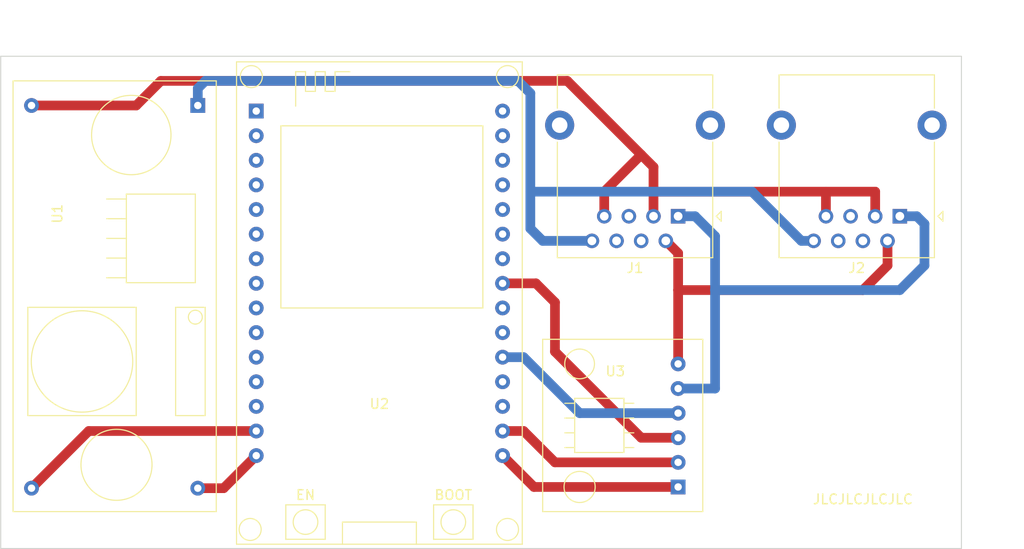
<source format=kicad_pcb>
(kicad_pcb (version 20171130) (host pcbnew "(5.1.5)-3")

  (general
    (thickness 1.6)
    (drawings 7)
    (tracks 56)
    (zones 0)
    (modules 5)
    (nets 43)
  )

  (page A4)
  (layers
    (0 F.Cu signal)
    (31 B.Cu signal)
    (32 B.Adhes user)
    (33 F.Adhes user)
    (34 B.Paste user)
    (35 F.Paste user)
    (36 B.SilkS user)
    (37 F.SilkS user)
    (38 B.Mask user)
    (39 F.Mask user)
    (40 Dwgs.User user)
    (41 Cmts.User user)
    (42 Eco1.User user)
    (43 Eco2.User user)
    (44 Edge.Cuts user)
    (45 Margin user)
    (46 B.CrtYd user)
    (47 F.CrtYd user)
    (48 B.Fab user)
    (49 F.Fab user)
  )

  (setup
    (last_trace_width 1)
    (user_trace_width 1)
    (trace_clearance 0.2)
    (zone_clearance 0.508)
    (zone_45_only no)
    (trace_min 0.2)
    (via_size 0.8)
    (via_drill 0.4)
    (via_min_size 0.4)
    (via_min_drill 0.3)
    (uvia_size 0.3)
    (uvia_drill 0.1)
    (uvias_allowed no)
    (uvia_min_size 0.2)
    (uvia_min_drill 0.1)
    (edge_width 0.05)
    (segment_width 0.2)
    (pcb_text_width 0.3)
    (pcb_text_size 1.5 1.5)
    (mod_edge_width 0.12)
    (mod_text_size 1 1)
    (mod_text_width 0.15)
    (pad_size 1.524 1.524)
    (pad_drill 0.762)
    (pad_to_mask_clearance 0.051)
    (solder_mask_min_width 0.25)
    (aux_axis_origin 0 0)
    (visible_elements 7FFFF7FF)
    (pcbplotparams
      (layerselection 0x010fc_ffffffff)
      (usegerberextensions false)
      (usegerberattributes false)
      (usegerberadvancedattributes false)
      (creategerberjobfile false)
      (excludeedgelayer true)
      (linewidth 0.100000)
      (plotframeref false)
      (viasonmask false)
      (mode 1)
      (useauxorigin false)
      (hpglpennumber 1)
      (hpglpenspeed 20)
      (hpglpendiameter 15.000000)
      (psnegative false)
      (psa4output false)
      (plotreference true)
      (plotvalue true)
      (plotinvisibletext false)
      (padsonsilk false)
      (subtractmaskfromsilk false)
      (outputformat 1)
      (mirror false)
      (drillshape 0)
      (scaleselection 1)
      (outputdirectory ""))
  )

  (net 0 "")
  (net 1 "Net-(J1-Pad1)")
  (net 2 "Net-(J1-Pad2)")
  (net 3 "Net-(J1-Pad3)")
  (net 4 "Net-(J1-Pad4)")
  (net 5 "Net-(J1-Pad5)")
  (net 6 "Net-(J1-Pad6)")
  (net 7 "Net-(J1-Pad8)")
  (net 8 "Net-(U1-Pad4)")
  (net 9 "Net-(U1-Pad3)")
  (net 10 "Net-(U2-Pad30)")
  (net 11 "Net-(U2-Pad29)")
  (net 12 "Net-(U2-Pad28)")
  (net 13 "Net-(U2-Pad27)")
  (net 14 "Net-(U2-Pad26)")
  (net 15 "Net-(U2-Pad25)")
  (net 16 "Net-(U2-Pad24)")
  (net 17 "Net-(U2-Pad23)")
  (net 18 "Net-(U2-Pad22)")
  (net 19 "Net-(U2-Pad21)")
  (net 20 "Net-(U2-Pad20)")
  (net 21 "Net-(U2-Pad19)")
  (net 22 "Net-(U2-Pad18)")
  (net 23 "Net-(U2-Pad17)")
  (net 24 "Net-(U2-Pad16)")
  (net 25 "Net-(U2-Pad13)")
  (net 26 "Net-(U2-Pad12)")
  (net 27 "Net-(U2-Pad11)")
  (net 28 "Net-(U2-Pad10)")
  (net 29 "Net-(U2-Pad9)")
  (net 30 "Net-(U2-Pad8)")
  (net 31 "Net-(U2-Pad7)")
  (net 32 "Net-(U2-Pad6)")
  (net 33 "Net-(U2-Pad5)")
  (net 34 "Net-(U2-Pad4)")
  (net 35 "Net-(U2-Pad3)")
  (net 36 "Net-(U2-Pad2)")
  (net 37 "Net-(U2-Pad1)")
  (net 38 "Net-(J2-Pad6)")
  (net 39 "Net-(J2-Pad4)")
  (net 40 "Net-(J2-Pad5)")
  (net 41 "Net-(J1-PadSH)")
  (net 42 "Net-(J2-PadSH)")

  (net_class Default "Dies ist die voreingestellte Netzklasse."
    (clearance 0.2)
    (trace_width 0.25)
    (via_dia 0.8)
    (via_drill 0.4)
    (uvia_dia 0.3)
    (uvia_drill 0.1)
    (add_net "Net-(J1-Pad1)")
    (add_net "Net-(J1-Pad2)")
    (add_net "Net-(J1-Pad3)")
    (add_net "Net-(J1-Pad4)")
    (add_net "Net-(J1-Pad5)")
    (add_net "Net-(J1-Pad6)")
    (add_net "Net-(J1-Pad8)")
    (add_net "Net-(J1-PadSH)")
    (add_net "Net-(J2-Pad4)")
    (add_net "Net-(J2-Pad5)")
    (add_net "Net-(J2-Pad6)")
    (add_net "Net-(J2-PadSH)")
    (add_net "Net-(U1-Pad3)")
    (add_net "Net-(U1-Pad4)")
    (add_net "Net-(U2-Pad1)")
    (add_net "Net-(U2-Pad10)")
    (add_net "Net-(U2-Pad11)")
    (add_net "Net-(U2-Pad12)")
    (add_net "Net-(U2-Pad13)")
    (add_net "Net-(U2-Pad16)")
    (add_net "Net-(U2-Pad17)")
    (add_net "Net-(U2-Pad18)")
    (add_net "Net-(U2-Pad19)")
    (add_net "Net-(U2-Pad2)")
    (add_net "Net-(U2-Pad20)")
    (add_net "Net-(U2-Pad21)")
    (add_net "Net-(U2-Pad22)")
    (add_net "Net-(U2-Pad23)")
    (add_net "Net-(U2-Pad24)")
    (add_net "Net-(U2-Pad25)")
    (add_net "Net-(U2-Pad26)")
    (add_net "Net-(U2-Pad27)")
    (add_net "Net-(U2-Pad28)")
    (add_net "Net-(U2-Pad29)")
    (add_net "Net-(U2-Pad3)")
    (add_net "Net-(U2-Pad30)")
    (add_net "Net-(U2-Pad4)")
    (add_net "Net-(U2-Pad5)")
    (add_net "Net-(U2-Pad6)")
    (add_net "Net-(U2-Pad7)")
    (add_net "Net-(U2-Pad8)")
    (add_net "Net-(U2-Pad9)")
  )

  (module Connector_RJ:RJ45_Ninigi_GE (layer F.Cu) (tedit 5E41D46B) (tstamp 5E41F09B)
    (at 163.83 91.44 180)
    (descr "1 port ethernet throughhole connector, https://en.ninigi.com/product/rj45ge/pdf")
    (tags "RJ45 ethernet 8p8c")
    (path /5E41FCDF)
    (fp_text reference J2 (at 4.445 -5.34) (layer F.SilkS)
      (effects (font (size 1 1) (thickness 0.15)))
    )
    (fp_text value RJ45_Shielded (at 4.455 13.26) (layer F.Fab)
      (effects (font (size 1 1) (thickness 0.15)))
    )
    (fp_text user %R (at 4.445 6.36) (layer F.Fab)
      (effects (font (size 1 1) (thickness 0.15)))
    )
    (fp_line (start -3.565 11.15) (end -3.565 14.59) (layer F.SilkS) (width 0.12))
    (fp_line (start -3.455 -2.84) (end -2.125 -4.17) (layer F.Fab) (width 0.1))
    (fp_line (start -4.441 0.508) (end -3.933 0) (layer F.SilkS) (width 0.12))
    (fp_line (start -4.441 -0.508) (end -4.441 0.508) (layer F.SilkS) (width 0.12))
    (fp_line (start -3.933 0) (end -4.441 -0.508) (layer F.SilkS) (width 0.12))
    (fp_line (start -5.33 14.98) (end -5.33 -4.67) (layer F.CrtYd) (width 0.05))
    (fp_line (start 14.22 14.98) (end -5.33 14.98) (layer F.CrtYd) (width 0.05))
    (fp_line (start 14.22 -4.67) (end 14.22 14.98) (layer F.CrtYd) (width 0.05))
    (fp_line (start -5.33 -4.67) (end 14.22 -4.67) (layer F.CrtYd) (width 0.05))
    (fp_line (start 12.455 11.15) (end 12.455 14.59) (layer F.SilkS) (width 0.12))
    (fp_line (start 12.455 14.59) (end -3.565 14.59) (layer F.SilkS) (width 0.12))
    (fp_line (start -3.565 -4.28) (end -3.565 7.65) (layer F.SilkS) (width 0.12))
    (fp_line (start 12.455 -4.28) (end -3.565 -4.28) (layer F.SilkS) (width 0.12))
    (fp_line (start 12.455 -4.28) (end 12.455 7.65) (layer F.SilkS) (width 0.12))
    (fp_line (start 12.345 14.48) (end -3.455 14.48) (layer F.Fab) (width 0.1))
    (fp_line (start 12.345 14.48) (end 12.345 -4.17) (layer F.Fab) (width 0.1))
    (fp_line (start 12.345 -4.17) (end -2.125 -4.17) (layer F.Fab) (width 0.1))
    (fp_line (start -3.455 -2.84) (end -3.455 14.48) (layer F.Fab) (width 0.1))
    (pad 6 thru_hole circle (at 6.35 -2.54) (size 1.5 1.5) (drill 0.9) (layers *.Cu *.Mask)
      (net 38 "Net-(J2-Pad6)"))
    (pad 8 thru_hole circle (at 8.89 -2.54) (size 1.5 1.5) (drill 0.9) (layers *.Cu *.Mask)
      (net 7 "Net-(J1-Pad8)"))
    (pad SH thru_hole circle (at -3.325 9.4 180) (size 3 3) (drill 1.6) (layers *.Cu *.Mask)
      (net 42 "Net-(J2-PadSH)"))
    (pad 2 thru_hole circle (at 1.27 -2.54) (size 1.5 1.5) (drill 0.9) (layers *.Cu *.Mask)
      (net 2 "Net-(J1-Pad2)"))
    (pad 1 thru_hole rect (at 0 0) (size 1.5 1.5) (drill 0.9) (layers *.Cu *.Mask)
      (net 1 "Net-(J1-Pad1)"))
    (pad 7 thru_hole circle (at 7.62 0) (size 1.5 1.5) (drill 0.9) (layers *.Cu *.Mask)
      (net 3 "Net-(J1-Pad3)"))
    (pad 4 thru_hole circle (at 3.81 -2.54) (size 1.5 1.5) (drill 0.9) (layers *.Cu *.Mask)
      (net 39 "Net-(J2-Pad4)"))
    (pad 5 thru_hole circle (at 5.08 0) (size 1.5 1.5) (drill 0.9) (layers *.Cu *.Mask)
      (net 40 "Net-(J2-Pad5)"))
    (pad 3 thru_hole circle (at 2.54 0) (size 1.5 1.5) (drill 0.9) (layers *.Cu *.Mask)
      (net 3 "Net-(J1-Pad3)"))
    (pad "" np_thru_hole circle (at -1.27 6.35 180) (size 3.25 3.25) (drill 3.25) (layers *.Cu *.Mask))
    (pad SH thru_hole circle (at 12.215 9.4) (size 3 3) (drill 1.6) (layers *.Cu *.Mask)
      (net 42 "Net-(J2-PadSH)"))
    (pad "" np_thru_hole circle (at 10.16 6.35) (size 3.25 3.25) (drill 3.25) (layers *.Cu *.Mask))
    (model ${KISYS3DMOD}/Connector_RJ.3dshapes/RJ45_Ninigi_GE.wrl
      (at (xyz 0 0 0))
      (scale (xyz 1 1 1))
      (rotate (xyz 0 0 0))
    )
  )

  (module Connector_RJ:RJ45_Ninigi_GE (layer F.Cu) (tedit 5E41D46B) (tstamp 5E41F078)
    (at 140.97 91.44 180)
    (descr "1 port ethernet throughhole connector, https://en.ninigi.com/product/rj45ge/pdf")
    (tags "RJ45 ethernet 8p8c")
    (path /5E41D892)
    (fp_text reference J1 (at 4.445 -5.34) (layer F.SilkS)
      (effects (font (size 1 1) (thickness 0.15)))
    )
    (fp_text value RJ45_Shielded (at 4.455 13.26) (layer F.Fab)
      (effects (font (size 1 1) (thickness 0.15)))
    )
    (fp_text user %R (at 4.445 6.36) (layer F.Fab)
      (effects (font (size 1 1) (thickness 0.15)))
    )
    (fp_line (start -3.565 11.15) (end -3.565 14.59) (layer F.SilkS) (width 0.12))
    (fp_line (start -3.455 -2.84) (end -2.125 -4.17) (layer F.Fab) (width 0.1))
    (fp_line (start -4.441 0.508) (end -3.933 0) (layer F.SilkS) (width 0.12))
    (fp_line (start -4.441 -0.508) (end -4.441 0.508) (layer F.SilkS) (width 0.12))
    (fp_line (start -3.933 0) (end -4.441 -0.508) (layer F.SilkS) (width 0.12))
    (fp_line (start -5.33 14.98) (end -5.33 -4.67) (layer F.CrtYd) (width 0.05))
    (fp_line (start 14.22 14.98) (end -5.33 14.98) (layer F.CrtYd) (width 0.05))
    (fp_line (start 14.22 -4.67) (end 14.22 14.98) (layer F.CrtYd) (width 0.05))
    (fp_line (start -5.33 -4.67) (end 14.22 -4.67) (layer F.CrtYd) (width 0.05))
    (fp_line (start 12.455 11.15) (end 12.455 14.59) (layer F.SilkS) (width 0.12))
    (fp_line (start 12.455 14.59) (end -3.565 14.59) (layer F.SilkS) (width 0.12))
    (fp_line (start -3.565 -4.28) (end -3.565 7.65) (layer F.SilkS) (width 0.12))
    (fp_line (start 12.455 -4.28) (end -3.565 -4.28) (layer F.SilkS) (width 0.12))
    (fp_line (start 12.455 -4.28) (end 12.455 7.65) (layer F.SilkS) (width 0.12))
    (fp_line (start 12.345 14.48) (end -3.455 14.48) (layer F.Fab) (width 0.1))
    (fp_line (start 12.345 14.48) (end 12.345 -4.17) (layer F.Fab) (width 0.1))
    (fp_line (start 12.345 -4.17) (end -2.125 -4.17) (layer F.Fab) (width 0.1))
    (fp_line (start -3.455 -2.84) (end -3.455 14.48) (layer F.Fab) (width 0.1))
    (pad 6 thru_hole circle (at 6.35 -2.54) (size 1.5 1.5) (drill 0.9) (layers *.Cu *.Mask)
      (net 6 "Net-(J1-Pad6)"))
    (pad 8 thru_hole circle (at 8.89 -2.54) (size 1.5 1.5) (drill 0.9) (layers *.Cu *.Mask)
      (net 7 "Net-(J1-Pad8)"))
    (pad SH thru_hole circle (at -3.325 9.4 180) (size 3 3) (drill 1.6) (layers *.Cu *.Mask)
      (net 41 "Net-(J1-PadSH)"))
    (pad 2 thru_hole circle (at 1.27 -2.54) (size 1.5 1.5) (drill 0.9) (layers *.Cu *.Mask)
      (net 2 "Net-(J1-Pad2)"))
    (pad 1 thru_hole rect (at 0 0) (size 1.5 1.5) (drill 0.9) (layers *.Cu *.Mask)
      (net 1 "Net-(J1-Pad1)"))
    (pad 7 thru_hole circle (at 7.62 0) (size 1.5 1.5) (drill 0.9) (layers *.Cu *.Mask)
      (net 3 "Net-(J1-Pad3)"))
    (pad 4 thru_hole circle (at 3.81 -2.54) (size 1.5 1.5) (drill 0.9) (layers *.Cu *.Mask)
      (net 4 "Net-(J1-Pad4)"))
    (pad 5 thru_hole circle (at 5.08 0) (size 1.5 1.5) (drill 0.9) (layers *.Cu *.Mask)
      (net 5 "Net-(J1-Pad5)"))
    (pad 3 thru_hole circle (at 2.54 0) (size 1.5 1.5) (drill 0.9) (layers *.Cu *.Mask)
      (net 3 "Net-(J1-Pad3)"))
    (pad "" np_thru_hole circle (at -1.27 6.35 180) (size 3.25 3.25) (drill 3.25) (layers *.Cu *.Mask))
    (pad SH thru_hole circle (at 12.215 9.4) (size 3 3) (drill 1.6) (layers *.Cu *.Mask)
      (net 41 "Net-(J1-PadSH)"))
    (pad "" np_thru_hole circle (at 10.16 6.35) (size 3.25 3.25) (drill 3.25) (layers *.Cu *.Mask))
    (model ${KISYS3DMOD}/Connector_RJ.3dshapes/RJ45_Ninigi_GE.wrl
      (at (xyz 0 0 0))
      (scale (xyz 1 1 1))
      (rotate (xyz 0 0 0))
    )
  )

  (module CANGateway:SN65HVD230_Module (layer F.Cu) (tedit 5E406BF6) (tstamp 5E408697)
    (at 140.97 121.92 180)
    (path /5E40D563)
    (fp_text reference U3 (at 6.477 14.478) (layer F.SilkS)
      (effects (font (size 1 1) (thickness 0.15)))
    )
    (fp_text value SN65HVD230_Module (at 5.969 17.018) (layer F.Fab)
      (effects (font (size 1 1) (thickness 0.15)))
    )
    (fp_line (start 5.588 11.176) (end 4.572 11.176) (layer F.SilkS) (width 0.12))
    (fp_line (start 5.588 9.652) (end 4.572 9.652) (layer F.SilkS) (width 0.12))
    (fp_line (start 5.588 8.128) (end 4.572 8.128) (layer F.SilkS) (width 0.12))
    (fp_line (start 5.588 6.604) (end 4.572 6.604) (layer F.SilkS) (width 0.12))
    (fp_line (start 10.668 11.176) (end 11.684 11.176) (layer F.SilkS) (width 0.12))
    (fp_line (start 10.668 8.128) (end 11.684 8.128) (layer F.SilkS) (width 0.12))
    (fp_line (start 10.668 6.604) (end 11.684 6.604) (layer F.SilkS) (width 0.12))
    (fp_line (start 10.668 9.652) (end 11.684 9.652) (layer F.SilkS) (width 0.12))
    (fp_line (start 5.588 11.684) (end 5.588 6.096) (layer F.SilkS) (width 0.12))
    (fp_line (start 10.668 11.684) (end 5.588 11.684) (layer F.SilkS) (width 0.12))
    (fp_line (start 10.668 6.096) (end 10.668 11.684) (layer F.SilkS) (width 0.12))
    (fp_line (start 5.588 6.096) (end 10.668 6.096) (layer F.SilkS) (width 0.12))
    (fp_circle (center 10.16 15.24) (end 11.557 15.875) (layer F.SilkS) (width 0.12))
    (fp_circle (center 10.16 2.54) (end 11.684 3.048) (layer F.SilkS) (width 0.12))
    (fp_line (start -2.54 17.78) (end -2.54 0) (layer F.SilkS) (width 0.12))
    (fp_line (start 13.97 17.78) (end -2.54 17.78) (layer F.SilkS) (width 0.12))
    (fp_line (start 13.97 0) (end 13.97 17.78) (layer F.SilkS) (width 0.12))
    (fp_line (start -2.54 0) (end 13.97 0) (layer F.SilkS) (width 0.12))
    (pad 6 thru_hole circle (at 0 15.24 180) (size 1.524 1.524) (drill 0.762) (layers *.Cu *.Mask)
      (net 2 "Net-(J1-Pad2)"))
    (pad 5 thru_hole circle (at 0 12.7 180) (size 1.524 1.524) (drill 0.762) (layers *.Cu *.Mask)
      (net 1 "Net-(J1-Pad1)"))
    (pad 4 thru_hole circle (at 0 10.16 180) (size 1.524 1.524) (drill 0.762) (layers *.Cu *.Mask)
      (net 14 "Net-(U2-Pad26)"))
    (pad 3 thru_hole circle (at 0 7.62 180) (size 1.524 1.524) (drill 0.762) (layers *.Cu *.Mask)
      (net 17 "Net-(U2-Pad23)"))
    (pad 2 thru_hole circle (at 0 5.08 180) (size 1.524 1.524) (drill 0.762) (layers *.Cu *.Mask)
      (net 11 "Net-(U2-Pad29)"))
    (pad 1 thru_hole rect (at 0 2.54 180) (size 1.524 1.524) (drill 0.762) (layers *.Cu *.Mask)
      (net 10 "Net-(U2-Pad30)"))
  )

  (module CANGateway:ESP32_DEVKIT (layer F.Cu) (tedit 5E407144) (tstamp 5E40867B)
    (at 110.167 95.825)
    (path /5E413C81)
    (fp_text reference U2 (at 0 14.986) (layer F.SilkS)
      (effects (font (size 1 1) (thickness 0.15)))
    )
    (fp_text value ESP32_DEVKIT1 (at 0 17.653) (layer F.Fab)
      (effects (font (size 1 1) (thickness 0.15)))
    )
    (fp_text user EN (at -7.62 24.384) (layer F.SilkS)
      (effects (font (size 1 1) (thickness 0.15)))
    )
    (fp_text user BOOT (at 7.62 24.384) (layer F.SilkS)
      (effects (font (size 1 1) (thickness 0.15)))
    )
    (fp_line (start -10.16 5.08) (end -10.16 -13.716) (layer F.SilkS) (width 0.12))
    (fp_line (start 10.668 5.08) (end -10.16 5.08) (layer F.SilkS) (width 0.12))
    (fp_line (start 10.668 -13.716) (end 10.668 5.08) (layer F.SilkS) (width 0.12))
    (fp_line (start -10.16 -13.716) (end 10.668 -13.716) (layer F.SilkS) (width 0.12))
    (fp_line (start -4.572 -19.304) (end -3.048 -19.304) (layer F.SilkS) (width 0.12))
    (fp_line (start -4.572 -17.272) (end -4.572 -19.304) (layer F.SilkS) (width 0.12))
    (fp_line (start -5.588 -17.272) (end -4.572 -17.272) (layer F.SilkS) (width 0.12))
    (fp_line (start -5.588 -19.304) (end -5.588 -17.272) (layer F.SilkS) (width 0.12))
    (fp_line (start -6.604 -19.304) (end -5.588 -19.304) (layer F.SilkS) (width 0.12))
    (fp_line (start -6.604 -17.272) (end -6.604 -19.304) (layer F.SilkS) (width 0.12))
    (fp_line (start -7.62 -17.272) (end -6.604 -17.272) (layer F.SilkS) (width 0.12))
    (fp_line (start -7.62 -19.304) (end -7.62 -17.272) (layer F.SilkS) (width 0.12))
    (fp_line (start -8.636 -19.304) (end -7.62 -19.304) (layer F.SilkS) (width 0.12))
    (fp_line (start -8.636 -15.748) (end -8.636 -19.304) (layer F.SilkS) (width 0.12))
    (fp_line (start -9.652 28.956) (end -9.652 25.4) (layer F.SilkS) (width 0.12))
    (fp_line (start -5.588 28.956) (end -9.652 28.956) (layer F.SilkS) (width 0.12))
    (fp_line (start -5.588 25.4) (end -5.588 28.956) (layer F.SilkS) (width 0.12))
    (fp_line (start -9.652 25.4) (end -5.588 25.4) (layer F.SilkS) (width 0.12))
    (fp_line (start 5.588 28.956) (end 5.588 25.4) (layer F.SilkS) (width 0.12))
    (fp_line (start 9.652 28.956) (end 5.588 28.956) (layer F.SilkS) (width 0.12))
    (fp_line (start 9.652 25.4) (end 9.652 28.956) (layer F.SilkS) (width 0.12))
    (fp_line (start 5.588 25.4) (end 9.652 25.4) (layer F.SilkS) (width 0.12))
    (fp_circle (center -13.327922 27.94) (end -12.311922 28.448) (layer F.SilkS) (width 0.12))
    (fp_circle (center 13.208 27.94) (end 13.716 26.924) (layer F.SilkS) (width 0.12))
    (fp_circle (center -13.208 -18.796) (end -12.192 -18.288) (layer F.SilkS) (width 0.12))
    (fp_circle (center 13.208 -18.796) (end 14.343923 -18.796) (layer F.SilkS) (width 0.12))
    (fp_circle (center -7.62 27.178) (end -8.89 27.178) (layer F.SilkS) (width 0.12))
    (fp_circle (center 7.62 27.178) (end 8.89 27.178) (layer F.SilkS) (width 0.12))
    (fp_line (start 3.81 27.178) (end 3.81 29.464) (layer F.SilkS) (width 0.12))
    (fp_line (start -3.81 27.178) (end 3.81 27.178) (layer F.SilkS) (width 0.12))
    (fp_line (start -3.81 29.464) (end -3.81 27.178) (layer F.SilkS) (width 0.12))
    (fp_line (start -14.732 29.464) (end -14.732 -20.32) (layer F.SilkS) (width 0.12))
    (fp_line (start 14.732 29.464) (end -14.732 29.464) (layer F.SilkS) (width 0.12))
    (fp_line (start 14.732 -20.32) (end 14.732 29.464) (layer F.SilkS) (width 0.12))
    (fp_line (start -14.732 -20.32) (end 14.732 -20.32) (layer F.SilkS) (width 0.12))
    (pad 30 thru_hole circle (at 12.7 20.32) (size 1.524 1.524) (drill 0.762) (layers *.Cu *.Mask)
      (net 10 "Net-(U2-Pad30)"))
    (pad 29 thru_hole circle (at 12.7 17.78) (size 1.524 1.524) (drill 0.762) (layers *.Cu *.Mask)
      (net 11 "Net-(U2-Pad29)"))
    (pad 28 thru_hole circle (at 12.7 15.24) (size 1.524 1.524) (drill 0.762) (layers *.Cu *.Mask)
      (net 12 "Net-(U2-Pad28)"))
    (pad 27 thru_hole circle (at 12.7 12.7) (size 1.524 1.524) (drill 0.762) (layers *.Cu *.Mask)
      (net 13 "Net-(U2-Pad27)"))
    (pad 26 thru_hole circle (at 12.7 10.16) (size 1.524 1.524) (drill 0.762) (layers *.Cu *.Mask)
      (net 14 "Net-(U2-Pad26)"))
    (pad 25 thru_hole circle (at 12.7 7.62) (size 1.524 1.524) (drill 0.762) (layers *.Cu *.Mask)
      (net 15 "Net-(U2-Pad25)"))
    (pad 24 thru_hole circle (at 12.7 5.08) (size 1.524 1.524) (drill 0.762) (layers *.Cu *.Mask)
      (net 16 "Net-(U2-Pad24)"))
    (pad 23 thru_hole circle (at 12.7 2.54) (size 1.524 1.524) (drill 0.762) (layers *.Cu *.Mask)
      (net 17 "Net-(U2-Pad23)"))
    (pad 22 thru_hole circle (at 12.7 0) (size 1.524 1.524) (drill 0.762) (layers *.Cu *.Mask)
      (net 18 "Net-(U2-Pad22)"))
    (pad 21 thru_hole circle (at 12.7 -2.54) (size 1.524 1.524) (drill 0.762) (layers *.Cu *.Mask)
      (net 19 "Net-(U2-Pad21)"))
    (pad 20 thru_hole circle (at 12.7 -5.08) (size 1.524 1.524) (drill 0.762) (layers *.Cu *.Mask)
      (net 20 "Net-(U2-Pad20)"))
    (pad 19 thru_hole circle (at 12.7 -7.62) (size 1.524 1.524) (drill 0.762) (layers *.Cu *.Mask)
      (net 21 "Net-(U2-Pad19)"))
    (pad 18 thru_hole circle (at 12.7 -10.16) (size 1.524 1.524) (drill 0.762) (layers *.Cu *.Mask)
      (net 22 "Net-(U2-Pad18)"))
    (pad 17 thru_hole circle (at 12.7 -12.7) (size 1.524 1.524) (drill 0.762) (layers *.Cu *.Mask)
      (net 23 "Net-(U2-Pad17)"))
    (pad 16 thru_hole circle (at 12.7 -15.24) (size 1.524 1.524) (drill 0.762) (layers *.Cu *.Mask)
      (net 24 "Net-(U2-Pad16)"))
    (pad 15 thru_hole circle (at -12.7 20.32) (size 1.524 1.524) (drill 0.762) (layers *.Cu *.Mask)
      (net 9 "Net-(U1-Pad3)"))
    (pad 14 thru_hole circle (at -12.7 17.78) (size 1.524 1.524) (drill 0.762) (layers *.Cu *.Mask)
      (net 8 "Net-(U1-Pad4)"))
    (pad 13 thru_hole circle (at -12.7 15.24) (size 1.524 1.524) (drill 0.762) (layers *.Cu *.Mask)
      (net 25 "Net-(U2-Pad13)"))
    (pad 12 thru_hole circle (at -12.7 12.7) (size 1.524 1.524) (drill 0.762) (layers *.Cu *.Mask)
      (net 26 "Net-(U2-Pad12)"))
    (pad 11 thru_hole circle (at -12.7 10.16) (size 1.524 1.524) (drill 0.762) (layers *.Cu *.Mask)
      (net 27 "Net-(U2-Pad11)"))
    (pad 10 thru_hole circle (at -12.7 7.62) (size 1.524 1.524) (drill 0.762) (layers *.Cu *.Mask)
      (net 28 "Net-(U2-Pad10)"))
    (pad 9 thru_hole circle (at -12.7 5.08) (size 1.524 1.524) (drill 0.762) (layers *.Cu *.Mask)
      (net 29 "Net-(U2-Pad9)"))
    (pad 8 thru_hole circle (at -12.7 2.54) (size 1.524 1.524) (drill 0.762) (layers *.Cu *.Mask)
      (net 30 "Net-(U2-Pad8)"))
    (pad 7 thru_hole circle (at -12.7 0) (size 1.524 1.524) (drill 0.762) (layers *.Cu *.Mask)
      (net 31 "Net-(U2-Pad7)"))
    (pad 6 thru_hole circle (at -12.7 -2.54) (size 1.524 1.524) (drill 0.762) (layers *.Cu *.Mask)
      (net 32 "Net-(U2-Pad6)"))
    (pad 5 thru_hole circle (at -12.7 -5.08) (size 1.524 1.524) (drill 0.762) (layers *.Cu *.Mask)
      (net 33 "Net-(U2-Pad5)"))
    (pad 4 thru_hole circle (at -12.7 -7.62) (size 1.524 1.524) (drill 0.762) (layers *.Cu *.Mask)
      (net 34 "Net-(U2-Pad4)"))
    (pad 3 thru_hole circle (at -12.7 -10.16) (size 1.524 1.524) (drill 0.762) (layers *.Cu *.Mask)
      (net 35 "Net-(U2-Pad3)"))
    (pad 2 thru_hole circle (at -12.7 -12.7) (size 1.524 1.524) (drill 0.762) (layers *.Cu *.Mask)
      (net 36 "Net-(U2-Pad2)"))
    (pad 1 thru_hole rect (at -12.7 -15.24) (size 1.524 1.524) (drill 0.762) (layers *.Cu *.Mask)
      (net 37 "Net-(U2-Pad1)"))
  )

  (module CANGateway:LM2596_Module (layer F.Cu) (tedit 5E406D96) (tstamp 5E408634)
    (at 82.55 100.33 270)
    (path /5E40BEA2)
    (fp_text reference U1 (at -9.144 5.588 90) (layer F.SilkS)
      (effects (font (size 1 1) (thickness 0.15)))
    )
    (fp_text value LM2596_Module (at -8.636 8.128 90) (layer F.Fab)
      (effects (font (size 1 1) (thickness 0.15)))
    )
    (fp_circle (center 1.524 -8.636) (end 2.032 -8.128) (layer F.SilkS) (width 0.12))
    (fp_line (start 0.508 -6.604) (end 0.508 -9.652) (layer F.SilkS) (width 0.12))
    (fp_line (start 11.684 -6.604) (end 0.508 -6.604) (layer F.SilkS) (width 0.12))
    (fp_line (start 11.684 -9.652) (end 11.684 -6.604) (layer F.SilkS) (width 0.12))
    (fp_line (start 0.508 -9.652) (end 11.684 -9.652) (layer F.SilkS) (width 0.12))
    (fp_line (start -10.668 -1.524) (end -10.668 0.508) (layer F.SilkS) (width 0.12))
    (fp_line (start -8.636 -1.016) (end -8.636 -1.524) (layer F.SilkS) (width 0.12))
    (fp_line (start -8.636 -1.016) (end -8.636 0.508) (layer F.SilkS) (width 0.12))
    (fp_line (start -2.54 -1.524) (end -2.54 0.508) (layer F.SilkS) (width 0.12))
    (fp_line (start -4.572 -1.524) (end -4.572 0.508) (layer F.SilkS) (width 0.12))
    (fp_line (start -6.604 -1.524) (end -6.604 0.508) (layer F.SilkS) (width 0.12))
    (fp_line (start -11.176 -8.128) (end -11.176 -8.636) (layer F.SilkS) (width 0.12))
    (fp_line (start -11.176 -1.524) (end -11.176 -8.128) (layer F.SilkS) (width 0.12))
    (fp_line (start -2.032 -1.524) (end -11.176 -1.524) (layer F.SilkS) (width 0.12))
    (fp_line (start -2.032 -8.636) (end -2.032 -1.524) (layer F.SilkS) (width 0.12))
    (fp_line (start -11.176 -8.636) (end -2.032 -8.636) (layer F.SilkS) (width 0.12))
    (fp_circle (center 6.096 3.048) (end 10.668 5.588) (layer F.SilkS) (width 0.12))
    (fp_line (start 11.684 8.636) (end 11.684 -2.54) (layer F.SilkS) (width 0.12))
    (fp_line (start 0.508 8.636) (end 11.684 8.636) (layer F.SilkS) (width 0.12))
    (fp_line (start 0.508 -2.54) (end 0.508 8.636) (layer F.SilkS) (width 0.12))
    (fp_line (start 11.684 -2.54) (end 0.508 -2.54) (layer F.SilkS) (width 0.12))
    (fp_circle (center 16.764 -0.508) (end 19.812 -2.54) (layer F.SilkS) (width 0.12))
    (fp_circle (center -17.272 -2.032) (end -15.24 -5.588) (layer F.SilkS) (width 0.12))
    (fp_line (start -22.86 10.16) (end -22.86 -10.795) (layer F.SilkS) (width 0.12))
    (fp_line (start 21.59 10.16) (end -22.86 10.16) (layer F.SilkS) (width 0.12))
    (fp_line (start 21.59 -10.795) (end 21.59 10.16) (layer F.SilkS) (width 0.12))
    (fp_line (start -22.86 -10.795) (end 21.59 -10.795) (layer F.SilkS) (width 0.12))
    (pad 4 thru_hole circle (at 19.177 8.255 270) (size 1.524 1.524) (drill 0.762) (layers *.Cu *.Mask)
      (net 8 "Net-(U1-Pad4)"))
    (pad 3 thru_hole circle (at 19.177 -8.89 270) (size 1.524 1.524) (drill 0.762) (layers *.Cu *.Mask)
      (net 9 "Net-(U1-Pad3)"))
    (pad 2 thru_hole circle (at -20.32 8.255 270) (size 1.524 1.524) (drill 0.762) (layers *.Cu *.Mask)
      (net 3 "Net-(J1-Pad3)"))
    (pad 1 thru_hole rect (at -20.32 -8.89 270) (size 1.524 1.524) (drill 0.762) (layers *.Cu *.Mask)
      (net 7 "Net-(J1-Pad8)"))
  )

  (gr_text JLCJLCJLCJLC (at 160.02 120.65) (layer F.SilkS)
    (effects (font (size 1 1) (thickness 0.15)))
  )
  (dimension 99.06 (width 0.15) (layer Dwgs.User)
    (gr_text "99,060 mm" (at 120.65 69.82) (layer Dwgs.User)
      (effects (font (size 1 1) (thickness 0.15)))
    )
    (feature1 (pts (xy 71.12 74.93) (xy 71.12 70.533579)))
    (feature2 (pts (xy 170.18 74.93) (xy 170.18 70.533579)))
    (crossbar (pts (xy 170.18 71.12) (xy 71.12 71.12)))
    (arrow1a (pts (xy 71.12 71.12) (xy 72.246504 70.533579)))
    (arrow1b (pts (xy 71.12 71.12) (xy 72.246504 71.706421)))
    (arrow2a (pts (xy 170.18 71.12) (xy 169.053496 70.533579)))
    (arrow2b (pts (xy 170.18 71.12) (xy 169.053496 71.706421)))
  )
  (dimension 50.8 (width 0.15) (layer Dwgs.User)
    (gr_text "50,800 mm" (at 175.29 100.33 270) (layer Dwgs.User)
      (effects (font (size 1 1) (thickness 0.15)))
    )
    (feature1 (pts (xy 170.18 125.73) (xy 174.576421 125.73)))
    (feature2 (pts (xy 170.18 74.93) (xy 174.576421 74.93)))
    (crossbar (pts (xy 173.99 74.93) (xy 173.99 125.73)))
    (arrow1a (pts (xy 173.99 125.73) (xy 173.403579 124.603496)))
    (arrow1b (pts (xy 173.99 125.73) (xy 174.576421 124.603496)))
    (arrow2a (pts (xy 173.99 74.93) (xy 173.403579 76.056504)))
    (arrow2b (pts (xy 173.99 74.93) (xy 174.576421 76.056504)))
  )
  (gr_line (start 170.18 74.93) (end 170.18 125.73) (layer Edge.Cuts) (width 0.1))
  (gr_line (start 71.12 74.93) (end 170.18 74.93) (layer Edge.Cuts) (width 0.1))
  (gr_line (start 71.12 125.73) (end 71.12 74.93) (layer Edge.Cuts) (width 0.1))
  (gr_line (start 170.18 125.73) (end 71.12 125.73) (layer Edge.Cuts) (width 0.1))

  (segment (start 140.97 109.22) (end 144.78 109.22) (width 1) (layer B.Cu) (net 1))
  (segment (start 142.72 91.44) (end 140.97 91.44) (width 1) (layer B.Cu) (net 1))
  (segment (start 144.78 93.5) (end 142.72 91.44) (width 1) (layer B.Cu) (net 1))
  (segment (start 165.58 91.44) (end 166.37 92.23) (width 1) (layer B.Cu) (net 1))
  (segment (start 163.83 91.44) (end 165.58 91.44) (width 1) (layer B.Cu) (net 1))
  (segment (start 166.37 92.23) (end 166.37 96.52) (width 1) (layer B.Cu) (net 1))
  (segment (start 163.83 99.06) (end 144.78 99.06) (width 1) (layer B.Cu) (net 1))
  (segment (start 166.37 96.52) (end 163.83 99.06) (width 1) (layer B.Cu) (net 1))
  (segment (start 144.78 109.22) (end 144.78 99.06) (width 1) (layer B.Cu) (net 1))
  (segment (start 144.78 99.06) (end 144.78 93.5) (width 1) (layer B.Cu) (net 1))
  (segment (start 140.97 99.06) (end 140.97 106.68) (width 1) (layer F.Cu) (net 2))
  (segment (start 160.02 99.06) (end 140.97 99.06) (width 1) (layer F.Cu) (net 2))
  (segment (start 162.56 93.98) (end 162.56 96.52) (width 1) (layer F.Cu) (net 2))
  (segment (start 162.56 96.52) (end 160.02 99.06) (width 1) (layer F.Cu) (net 2))
  (segment (start 140.97 95.25) (end 139.7 93.98) (width 1) (layer F.Cu) (net 2))
  (segment (start 140.97 99.06) (end 140.97 95.25) (width 1) (layer F.Cu) (net 2))
  (segment (start 161.29 91.44) (end 161.29 88.9) (width 1) (layer F.Cu) (net 3))
  (segment (start 161.29 88.9) (end 138.43 88.9) (width 1) (layer F.Cu) (net 3))
  (segment (start 138.43 88.9) (end 138.43 91.44) (width 1) (layer F.Cu) (net 3))
  (segment (start 87.63 77.47) (end 129.54 77.47) (width 1) (layer F.Cu) (net 3))
  (segment (start 74.295 80.01) (end 85.09 80.01) (width 1) (layer F.Cu) (net 3))
  (segment (start 138.43 86.36) (end 138.43 88.9) (width 1) (layer F.Cu) (net 3))
  (segment (start 85.09 80.01) (end 87.63 77.47) (width 1) (layer F.Cu) (net 3))
  (segment (start 133.35 91.44) (end 133.35 88.9) (width 1) (layer F.Cu) (net 3))
  (segment (start 129.54 77.47) (end 137.16 85.09) (width 1) (layer F.Cu) (net 3))
  (segment (start 133.35 88.9) (end 137.16 85.09) (width 1) (layer F.Cu) (net 3))
  (segment (start 137.16 85.09) (end 138.43 86.36) (width 1) (layer F.Cu) (net 3))
  (segment (start 156.21 91.44) (end 156.21 88.9) (width 1) (layer F.Cu) (net 3))
  (segment (start 127 93.98) (end 132.08 93.98) (width 1) (layer B.Cu) (net 7))
  (segment (start 125.73 92.71) (end 127 93.98) (width 1) (layer B.Cu) (net 7))
  (segment (start 91.44 80.01) (end 91.44 78.248) (width 1) (layer B.Cu) (net 7))
  (segment (start 92.218 77.47) (end 124.46 77.47) (width 1) (layer B.Cu) (net 7))
  (segment (start 91.44 78.248) (end 92.218 77.47) (width 1) (layer B.Cu) (net 7))
  (segment (start 124.46 77.47) (end 125.73 78.74) (width 1) (layer B.Cu) (net 7))
  (segment (start 154.94 93.98) (end 153.67 93.98) (width 1) (layer B.Cu) (net 7))
  (segment (start 153.67 93.98) (end 148.59 88.9) (width 1) (layer B.Cu) (net 7))
  (segment (start 148.59 88.9) (end 125.73 88.9) (width 1) (layer B.Cu) (net 7))
  (segment (start 125.73 78.74) (end 125.73 88.9) (width 1) (layer B.Cu) (net 7))
  (segment (start 125.73 88.9) (end 125.73 92.71) (width 1) (layer B.Cu) (net 7))
  (segment (start 80.197 113.605) (end 74.295 119.507) (width 1) (layer F.Cu) (net 8))
  (segment (start 97.467 113.605) (end 80.197 113.605) (width 1) (layer F.Cu) (net 8))
  (segment (start 94.105 119.507) (end 97.467 116.145) (width 1) (layer F.Cu) (net 9))
  (segment (start 91.44 119.507) (end 94.105 119.507) (width 1) (layer F.Cu) (net 9))
  (segment (start 126.102 119.38) (end 122.867 116.145) (width 1) (layer F.Cu) (net 10))
  (segment (start 140.97 119.38) (end 126.102 119.38) (width 1) (layer F.Cu) (net 10))
  (segment (start 140.97 116.84) (end 128.27 116.84) (width 1) (layer F.Cu) (net 11))
  (segment (start 125.035 113.605) (end 122.867 113.605) (width 1) (layer F.Cu) (net 11))
  (segment (start 128.27 116.84) (end 125.035 113.605) (width 1) (layer F.Cu) (net 11))
  (segment (start 122.867 105.985) (end 125.035 105.985) (width 1) (layer B.Cu) (net 14))
  (segment (start 130.81 111.76) (end 140.97 111.76) (width 1) (layer B.Cu) (net 14))
  (segment (start 125.035 105.985) (end 130.81 111.76) (width 1) (layer B.Cu) (net 14))
  (segment (start 126.305 98.365) (end 122.867 98.365) (width 1) (layer F.Cu) (net 17))
  (segment (start 128.27 100.33) (end 126.305 98.365) (width 1) (layer F.Cu) (net 17))
  (segment (start 128.27 105.41) (end 128.27 100.33) (width 1) (layer F.Cu) (net 17))
  (segment (start 140.97 114.3) (end 137.16 114.3) (width 1) (layer F.Cu) (net 17))
  (segment (start 137.16 114.3) (end 128.27 105.41) (width 1) (layer F.Cu) (net 17))

)

</source>
